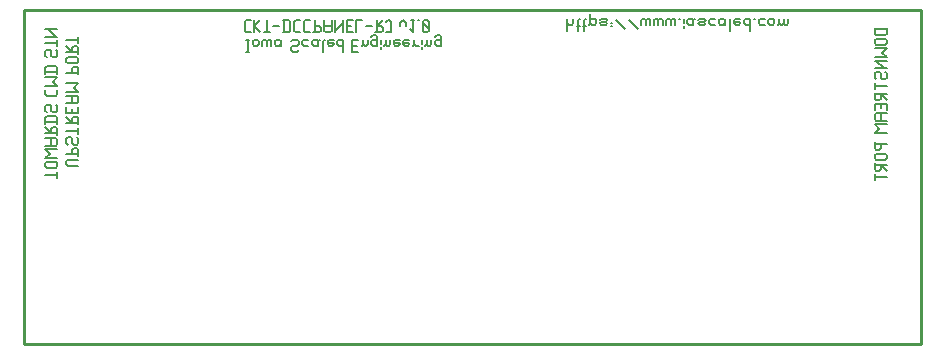
<source format=gbr>
G04 start of page 9 for group -4078 idx -4078 *
G04 Title: (unknown), bottomsilk *
G04 Creator: pcb 20140316 *
G04 CreationDate: Thu 20 Aug 2020 03:13:35 AM GMT UTC *
G04 For: railfan *
G04 Format: Gerber/RS-274X *
G04 PCB-Dimensions (mil): 3000.00 1125.00 *
G04 PCB-Coordinate-Origin: lower left *
%MOIN*%
%FSLAX25Y25*%
%LNBOTTOMSILK*%
%ADD77C,0.0080*%
%ADD76C,0.0100*%
G54D76*X299500Y112000D02*X500D01*
Y500D02*X299500D01*
Y112000D01*
X500D02*Y500D01*
G54D77*X15000Y60000D02*X18500D01*
X15000D02*X14500Y60500D01*
Y61500D01*
X15000Y62000D01*
X18500D01*
X14500Y63700D02*X18500D01*
Y63200D02*Y65200D01*
X18000Y65700D01*
X17000D02*X18000D01*
X16500Y65200D02*X17000Y65700D01*
X16500Y63700D02*Y65200D01*
X18500Y68900D02*X18000Y69400D01*
X18500Y67400D02*Y68900D01*
X18000Y66900D02*X18500Y67400D01*
X17000Y66900D02*X18000D01*
X17000D02*X16500Y67400D01*
Y68900D01*
X16000Y69400D01*
X15000D02*X16000D01*
X14500Y68900D02*X15000Y69400D01*
X14500Y67400D02*Y68900D01*
X15000Y66900D02*X14500Y67400D01*
X18500Y70600D02*Y72600D01*
X14500Y71600D02*X18500D01*
Y73800D02*Y75800D01*
X18000Y76300D01*
X17000D02*X18000D01*
X16500Y75800D02*X17000Y76300D01*
X16500Y74300D02*Y75800D01*
X14500Y74300D02*X18500D01*
X16500D02*X14500Y76300D01*
X16500Y77500D02*Y79000D01*
X14500Y77500D02*Y79500D01*
Y77500D02*X18500D01*
Y79500D01*
X14500Y80700D02*X18000D01*
X18500Y81200D01*
Y82700D01*
X18000Y83200D01*
X14500D02*X18000D01*
X16500Y80700D02*Y83200D01*
X14500Y84400D02*X18500D01*
X17000Y85900D01*
X18500Y87400D01*
X14500D02*X18500D01*
X14500Y90900D02*X18500D01*
Y90400D02*Y92400D01*
X18000Y92900D01*
X17000D02*X18000D01*
X16500Y92400D02*X17000Y92900D01*
X16500Y90900D02*Y92400D01*
X15000Y94100D02*X18000D01*
X18500Y94600D01*
Y95600D01*
X18000Y96100D01*
X15000D02*X18000D01*
X14500Y95600D02*X15000Y96100D01*
X14500Y94600D02*Y95600D01*
X15000Y94100D02*X14500Y94600D01*
X18500Y97300D02*Y99300D01*
X18000Y99800D01*
X17000D02*X18000D01*
X16500Y99300D02*X17000Y99800D01*
X16500Y97800D02*Y99300D01*
X14500Y97800D02*X18500D01*
X16500D02*X14500Y99800D01*
X18500Y101000D02*Y103000D01*
X14500Y102000D02*X18500D01*
X284000Y105500D02*X288000D01*
X284000Y104000D02*X284500Y103500D01*
X287500D01*
X288000Y104000D02*X287500Y103500D01*
X288000Y104000D02*Y106000D01*
X284000Y104000D02*Y106000D01*
X284500Y102300D02*X287500D01*
X284500D02*X284000Y101800D01*
Y100800D02*Y101800D01*
Y100800D02*X284500Y100300D01*
X287500D01*
X288000Y100800D02*X287500Y100300D01*
X288000Y100800D02*Y101800D01*
X287500Y102300D02*X288000Y101800D01*
X284000Y99100D02*X288000D01*
X286500Y97600D01*
X288000Y96100D01*
X284000D02*X288000D01*
X284000Y94900D02*X288000D01*
X284000D02*X284500D01*
X287000Y92400D01*
X284000D02*X288000D01*
X284000Y89200D02*X284500Y88700D01*
X284000Y89200D02*Y90700D01*
X284500Y91200D02*X284000Y90700D01*
X284500Y91200D02*X285500D01*
X286000Y90700D01*
Y89200D02*Y90700D01*
Y89200D02*X286500Y88700D01*
X287500D01*
X288000Y89200D02*X287500Y88700D01*
X288000Y89200D02*Y90700D01*
X287500Y91200D02*X288000Y90700D01*
X284000Y85500D02*Y87500D01*
Y86500D02*X288000D01*
X284000Y82300D02*Y84300D01*
Y82300D02*X284500Y81800D01*
X285500D01*
X286000Y82300D02*X285500Y81800D01*
X286000Y82300D02*Y83800D01*
X284000D02*X288000D01*
X286000D02*X288000Y81800D01*
X286000Y79100D02*Y80600D01*
X288000Y78600D02*Y80600D01*
X284000D02*X288000D01*
X284000Y78600D02*Y80600D01*
X284500Y77400D02*X288000D01*
X284500D02*X284000Y76900D01*
Y75400D02*Y76900D01*
Y75400D02*X284500Y74900D01*
X288000D01*
X286000D02*Y77400D01*
X284000Y73700D02*X288000D01*
X284000D02*X285500Y72200D01*
X284000Y70700D01*
X288000D01*
X284000Y67200D02*X288000D01*
X284000Y65700D02*Y67700D01*
Y65700D02*X284500Y65200D01*
X285500D01*
X286000Y65700D02*X285500Y65200D01*
X286000Y65700D02*Y67200D01*
X284500Y64000D02*X287500D01*
X284500D02*X284000Y63500D01*
Y62500D02*Y63500D01*
Y62500D02*X284500Y62000D01*
X287500D01*
X288000Y62500D02*X287500Y62000D01*
X288000Y62500D02*Y63500D01*
X287500Y64000D02*X288000Y63500D01*
X284000Y58800D02*Y60800D01*
Y58800D02*X284500Y58300D01*
X285500D01*
X286000Y58800D02*X285500Y58300D01*
X286000Y58800D02*Y60300D01*
X284000D02*X288000D01*
X286000D02*X288000Y58300D01*
X284000Y55100D02*Y57100D01*
Y56100D02*X288000D01*
X11500Y56000D02*Y58000D01*
X7500Y57000D02*X11500D01*
X8000Y59200D02*X11000D01*
X11500Y59700D01*
Y60700D01*
X11000Y61200D01*
X8000D02*X11000D01*
X7500Y60700D02*X8000Y61200D01*
X7500Y59700D02*Y60700D01*
X8000Y59200D02*X7500Y59700D01*
Y62400D02*X11500D01*
X7500D02*X9000Y63900D01*
X7500Y65400D01*
X11500D01*
X7500Y66600D02*X11000D01*
X11500Y67100D01*
Y68600D01*
X11000Y69100D01*
X7500D02*X11000D01*
X9500Y66600D02*Y69100D01*
X11500Y70300D02*Y72300D01*
X11000Y72800D01*
X10000D02*X11000D01*
X9500Y72300D02*X10000Y72800D01*
X9500Y70800D02*Y72300D01*
X7500Y70800D02*X11500D01*
X9500D02*X7500Y72800D01*
Y74500D02*X11500D01*
Y76000D02*X11000Y76500D01*
X8000D02*X11000D01*
X7500Y76000D02*X8000Y76500D01*
X7500Y74000D02*Y76000D01*
X11500Y74000D02*Y76000D01*
Y79700D02*X11000Y80200D01*
X11500Y78200D02*Y79700D01*
X11000Y77700D02*X11500Y78200D01*
X10000Y77700D02*X11000D01*
X10000D02*X9500Y78200D01*
Y79700D01*
X9000Y80200D01*
X8000D02*X9000D01*
X7500Y79700D02*X8000Y80200D01*
X7500Y78200D02*Y79700D01*
X8000Y77700D02*X7500Y78200D01*
Y83700D02*Y85200D01*
X8000Y83200D02*X7500Y83700D01*
X8000Y83200D02*X11000D01*
X11500Y83700D01*
Y85200D01*
X7500Y86400D02*X11500D01*
X10000Y87900D01*
X11500Y89400D01*
X7500D02*X11500D01*
X7500Y91100D02*X11500D01*
Y92600D02*X11000Y93100D01*
X8000D02*X11000D01*
X7500Y92600D02*X8000Y93100D01*
X7500Y90600D02*Y92600D01*
X11500Y90600D02*Y92600D01*
Y98100D02*X11000Y98600D01*
X11500Y96600D02*Y98100D01*
X11000Y96100D02*X11500Y96600D01*
X10000Y96100D02*X11000D01*
X10000D02*X9500Y96600D01*
Y98100D01*
X9000Y98600D01*
X8000D02*X9000D01*
X7500Y98100D02*X8000Y98600D01*
X7500Y96600D02*Y98100D01*
X8000Y96100D02*X7500Y96600D01*
X11500Y99800D02*Y101800D01*
X7500Y100800D02*X11500D01*
X7500Y103000D02*X11500D01*
X11000D02*X11500D01*
X11000D02*X8500Y105500D01*
X7500D02*X11500D01*
X74500Y98000D02*X75500D01*
X75000D02*Y102000D01*
X74500D02*X75500D01*
X76700Y100500D02*Y101500D01*
Y100500D02*X77200Y100000D01*
X78200D01*
X78700Y100500D01*
Y101500D01*
X78200Y102000D02*X78700Y101500D01*
X77200Y102000D02*X78200D01*
X76700Y101500D02*X77200Y102000D01*
X79900Y100000D02*Y101500D01*
X80400Y102000D01*
X80900D01*
X81400Y101500D01*
Y100000D02*Y101500D01*
X81900Y102000D01*
X82400D01*
X82900Y101500D01*
Y100000D02*Y101500D01*
X85600Y100000D02*X86100Y100500D01*
X84600Y100000D02*X85600D01*
X84100Y100500D02*X84600Y100000D01*
X84100Y100500D02*Y101500D01*
X84600Y102000D01*
X86100Y100000D02*Y101500D01*
X86600Y102000D01*
X84600D02*X85600D01*
X86100Y101500D01*
X91600Y98000D02*X92100Y98500D01*
X90100Y98000D02*X91600D01*
X89600Y98500D02*X90100Y98000D01*
X89600Y98500D02*Y99500D01*
X90100Y100000D01*
X91600D01*
X92100Y100500D01*
Y101500D01*
X91600Y102000D02*X92100Y101500D01*
X90100Y102000D02*X91600D01*
X89600Y101500D02*X90100Y102000D01*
X93800Y100000D02*X95300D01*
X93300Y100500D02*X93800Y100000D01*
X93300Y100500D02*Y101500D01*
X93800Y102000D01*
X95300D01*
X98000Y100000D02*X98500Y100500D01*
X97000Y100000D02*X98000D01*
X96500Y100500D02*X97000Y100000D01*
X96500Y100500D02*Y101500D01*
X97000Y102000D01*
X98500Y100000D02*Y101500D01*
X99000Y102000D01*
X97000D02*X98000D01*
X98500Y101500D01*
X100200Y98000D02*Y101500D01*
X100700Y102000D01*
X102200D02*X103700D01*
X101700Y101500D02*X102200Y102000D01*
X101700Y100500D02*Y101500D01*
Y100500D02*X102200Y100000D01*
X103200D01*
X103700Y100500D01*
X101700Y101000D02*X103700D01*
Y100500D02*Y101000D01*
X106900Y98000D02*Y102000D01*
X106400D02*X106900Y101500D01*
X105400Y102000D02*X106400D01*
X104900Y101500D02*X105400Y102000D01*
X104900Y100500D02*Y101500D01*
Y100500D02*X105400Y100000D01*
X106400D01*
X106900Y100500D01*
X109900Y100000D02*X111400D01*
X109900Y102000D02*X111900D01*
X109900Y98000D02*Y102000D01*
Y98000D02*X111900D01*
X113600Y100500D02*Y102000D01*
Y100500D02*X114100Y100000D01*
X114600D01*
X115100Y100500D01*
Y102000D01*
X113100Y100000D02*X113600Y100500D01*
X117800Y100000D02*X118300Y100500D01*
X116800Y100000D02*X117800D01*
X116300Y100500D02*X116800Y100000D01*
X116300Y100500D02*Y101500D01*
X116800Y102000D01*
X117800D01*
X118300Y101500D01*
X116300Y103000D02*X116800Y103500D01*
X117800D01*
X118300Y103000D01*
Y100000D02*Y103000D01*
X119500Y99000D02*Y99500D01*
Y100500D02*Y102000D01*
X121000Y100500D02*Y102000D01*
Y100500D02*X121500Y100000D01*
X122000D01*
X122500Y100500D01*
Y102000D01*
X120500Y100000D02*X121000Y100500D01*
X124200Y102000D02*X125700D01*
X123700Y101500D02*X124200Y102000D01*
X123700Y100500D02*Y101500D01*
Y100500D02*X124200Y100000D01*
X125200D01*
X125700Y100500D01*
X123700Y101000D02*X125700D01*
Y100500D02*Y101000D01*
X127400Y102000D02*X128900D01*
X126900Y101500D02*X127400Y102000D01*
X126900Y100500D02*Y101500D01*
Y100500D02*X127400Y100000D01*
X128400D01*
X128900Y100500D01*
X126900Y101000D02*X128900D01*
Y100500D02*Y101000D01*
X130600Y100500D02*Y102000D01*
Y100500D02*X131100Y100000D01*
X132100D01*
X130100D02*X130600Y100500D01*
X133300Y99000D02*Y99500D01*
Y100500D02*Y102000D01*
X134800Y100500D02*Y102000D01*
Y100500D02*X135300Y100000D01*
X135800D01*
X136300Y100500D01*
Y102000D01*
X134300Y100000D02*X134800Y100500D01*
X139000Y100000D02*X139500Y100500D01*
X138000Y100000D02*X139000D01*
X137500Y100500D02*X138000Y100000D01*
X137500Y100500D02*Y101500D01*
X138000Y102000D01*
X139000D01*
X139500Y101500D01*
X137500Y103000D02*X138000Y103500D01*
X139000D01*
X139500Y103000D01*
Y100000D02*Y103000D01*
X74500Y108500D02*X76000D01*
X74000Y108000D02*X74500Y108500D01*
X74000Y105000D02*Y108000D01*
Y105000D02*X74500Y104500D01*
X76000D01*
X77200D02*Y108500D01*
Y106500D02*X79200Y104500D01*
X77200Y106500D02*X79200Y108500D01*
X80400Y104500D02*X82400D01*
X81400D02*Y108500D01*
X83600Y106500D02*X85600D01*
X87300Y104500D02*Y108500D01*
X88800Y104500D02*X89300Y105000D01*
Y108000D01*
X88800Y108500D02*X89300Y108000D01*
X86800Y108500D02*X88800D01*
X86800Y104500D02*X88800D01*
X91000Y108500D02*X92500D01*
X90500Y108000D02*X91000Y108500D01*
X90500Y105000D02*Y108000D01*
Y105000D02*X91000Y104500D01*
X92500D01*
X94200Y108500D02*X95700D01*
X93700Y108000D02*X94200Y108500D01*
X93700Y105000D02*Y108000D01*
Y105000D02*X94200Y104500D01*
X95700D01*
X97400D02*Y108500D01*
X96900Y104500D02*X98900D01*
X99400Y105000D01*
Y106000D01*
X98900Y106500D02*X99400Y106000D01*
X97400Y106500D02*X98900D01*
X100600Y105000D02*Y108500D01*
Y105000D02*X101100Y104500D01*
X102600D01*
X103100Y105000D01*
Y108500D01*
X100600Y106500D02*X103100D01*
X104300Y104500D02*Y108500D01*
Y104500D02*Y105000D01*
X106800Y107500D01*
Y104500D02*Y108500D01*
X108000Y106500D02*X109500D01*
X108000Y108500D02*X110000D01*
X108000Y104500D02*Y108500D01*
Y104500D02*X110000D01*
X111200D02*Y108500D01*
X113200D01*
X114400Y106500D02*X116400D01*
X117600Y104500D02*X119600D01*
X120100Y105000D01*
Y106000D01*
X119600Y106500D02*X120100Y106000D01*
X118100Y106500D02*X119600D01*
X118100Y104500D02*Y108500D01*
Y106500D02*X120100Y108500D01*
X121300Y104500D02*X122800D01*
Y108000D01*
X122300Y108500D02*X122800Y108000D01*
X121800Y108500D02*X122300D01*
X121300Y108000D02*X121800Y108500D01*
X125800Y106500D02*Y107500D01*
X126800Y108500D01*
X127800Y107500D01*
Y106500D02*Y107500D01*
X129500Y108500D02*X130500D01*
X130000Y104500D02*Y108500D01*
X129000Y105500D02*X130000Y104500D01*
X131700Y108500D02*X132200D01*
X133400Y108000D02*X133900Y108500D01*
X133400Y105000D02*Y108000D01*
Y105000D02*X133900Y104500D01*
X134900D01*
X135400Y105000D01*
Y108000D01*
X134900Y108500D02*X135400Y108000D01*
X133900Y108500D02*X134900D01*
X133400Y107500D02*X135400Y105500D01*
X181500Y105000D02*Y109000D01*
Y107500D02*X182000Y107000D01*
X183000D01*
X183500Y107500D01*
Y109000D01*
X185200Y105000D02*Y108500D01*
X185700Y109000D01*
X184700Y106500D02*X185700D01*
X187200Y105000D02*Y108500D01*
X187700Y109000D01*
X186700Y106500D02*X187700D01*
X189200Y107500D02*Y110500D01*
X188700Y107000D02*X189200Y107500D01*
X189700Y107000D01*
X190700D01*
X191200Y107500D01*
Y108500D01*
X190700Y109000D02*X191200Y108500D01*
X189700Y109000D02*X190700D01*
X189200Y108500D02*X189700Y109000D01*
X192900D02*X194400D01*
X194900Y108500D01*
X194400Y108000D02*X194900Y108500D01*
X192900Y108000D02*X194400D01*
X192400Y107500D02*X192900Y108000D01*
X192400Y107500D02*X192900Y107000D01*
X194400D01*
X194900Y107500D01*
X192400Y108500D02*X192900Y109000D01*
X196100Y106500D02*X196600D01*
X196100Y107500D02*X196600D01*
X197800Y108500D02*X200800Y105500D01*
X202000Y108500D02*X205000Y105500D01*
X206200Y107000D02*Y108500D01*
X206700Y109000D01*
X207200D01*
X207700Y108500D01*
Y107000D02*Y108500D01*
X208200Y109000D01*
X208700D01*
X209200Y108500D01*
Y107000D02*Y108500D01*
X210400Y107000D02*Y108500D01*
X210900Y109000D01*
X211400D01*
X211900Y108500D01*
Y107000D02*Y108500D01*
X212400Y109000D01*
X212900D01*
X213400Y108500D01*
Y107000D02*Y108500D01*
X214600Y107000D02*Y108500D01*
X215100Y109000D01*
X215600D01*
X216100Y108500D01*
Y107000D02*Y108500D01*
X216600Y109000D01*
X217100D01*
X217600Y108500D01*
Y107000D02*Y108500D01*
X218800Y109000D02*X219300D01*
X220500Y106000D02*Y106500D01*
Y107500D02*Y109000D01*
X223000Y107000D02*X223500Y107500D01*
X222000Y107000D02*X223000D01*
X221500Y107500D02*X222000Y107000D01*
X221500Y107500D02*Y108500D01*
X222000Y109000D01*
X223500Y107000D02*Y108500D01*
X224000Y109000D01*
X222000D02*X223000D01*
X223500Y108500D01*
X225700Y109000D02*X227200D01*
X227700Y108500D01*
X227200Y108000D02*X227700Y108500D01*
X225700Y108000D02*X227200D01*
X225200Y107500D02*X225700Y108000D01*
X225200Y107500D02*X225700Y107000D01*
X227200D01*
X227700Y107500D01*
X225200Y108500D02*X225700Y109000D01*
X229400Y107000D02*X230900D01*
X228900Y107500D02*X229400Y107000D01*
X228900Y107500D02*Y108500D01*
X229400Y109000D01*
X230900D01*
X233600Y107000D02*X234100Y107500D01*
X232600Y107000D02*X233600D01*
X232100Y107500D02*X232600Y107000D01*
X232100Y107500D02*Y108500D01*
X232600Y109000D01*
X234100Y107000D02*Y108500D01*
X234600Y109000D01*
X232600D02*X233600D01*
X234100Y108500D01*
X235800Y105000D02*Y108500D01*
X236300Y109000D01*
X237800D02*X239300D01*
X237300Y108500D02*X237800Y109000D01*
X237300Y107500D02*Y108500D01*
Y107500D02*X237800Y107000D01*
X238800D01*
X239300Y107500D01*
X237300Y108000D02*X239300D01*
Y107500D02*Y108000D01*
X242500Y105000D02*Y109000D01*
X242000D02*X242500Y108500D01*
X241000Y109000D02*X242000D01*
X240500Y108500D02*X241000Y109000D01*
X240500Y107500D02*Y108500D01*
Y107500D02*X241000Y107000D01*
X242000D01*
X242500Y107500D01*
X243700Y109000D02*X244200D01*
X245900Y107000D02*X247400D01*
X245400Y107500D02*X245900Y107000D01*
X245400Y107500D02*Y108500D01*
X245900Y109000D01*
X247400D01*
X248600Y107500D02*Y108500D01*
Y107500D02*X249100Y107000D01*
X250100D01*
X250600Y107500D01*
Y108500D01*
X250100Y109000D02*X250600Y108500D01*
X249100Y109000D02*X250100D01*
X248600Y108500D02*X249100Y109000D01*
X252300Y107500D02*Y109000D01*
Y107500D02*X252800Y107000D01*
X253300D01*
X253800Y107500D01*
Y109000D01*
Y107500D02*X254300Y107000D01*
X254800D01*
X255300Y107500D01*
Y109000D01*
X251800Y107000D02*X252300Y107500D01*
M02*

</source>
